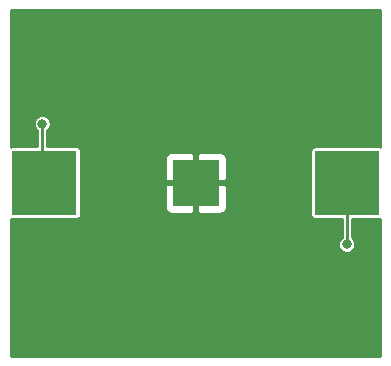
<source format=gbr>
%TF.GenerationSoftware,KiCad,Pcbnew,(5.1.9-0-10_14)*%
%TF.CreationDate,2021-03-11T21:56:35-05:00*%
%TF.ProjectId,getting_to_blinky,67657474-696e-4675-9f74-6f5f626c696e,rev?*%
%TF.SameCoordinates,Original*%
%TF.FileFunction,Copper,L2,Bot*%
%TF.FilePolarity,Positive*%
%FSLAX46Y46*%
G04 Gerber Fmt 4.6, Leading zero omitted, Abs format (unit mm)*
G04 Created by KiCad (PCBNEW (5.1.9-0-10_14)) date 2021-03-11 21:56:35*
%MOMM*%
%LPD*%
G01*
G04 APERTURE LIST*
%TA.AperFunction,SMDPad,CuDef*%
%ADD10R,5.500000X5.500000*%
%TD*%
%TA.AperFunction,SMDPad,CuDef*%
%ADD11R,4.000000X4.000000*%
%TD*%
%TA.AperFunction,ViaPad*%
%ADD12C,0.800000*%
%TD*%
%TA.AperFunction,Conductor*%
%ADD13C,0.250000*%
%TD*%
%TA.AperFunction,Conductor*%
%ADD14C,0.100000*%
%TD*%
G04 APERTURE END LIST*
D10*
%TO.P,BT1,1*%
%TO.N,/VDD*%
X144800000Y-104000000D03*
D11*
%TO.P,BT1,2*%
%TO.N,GND*%
X132000000Y-104000000D03*
D10*
%TO.P,BT1,1*%
%TO.N,/VDD*%
X119200000Y-104000000D03*
%TD*%
D12*
%TO.N,GND*%
X125000000Y-111000000D03*
X125000000Y-95000000D03*
X129500000Y-99900000D03*
%TO.N,/VDD*%
X119000000Y-99000000D03*
X144780000Y-109220000D03*
%TD*%
D13*
%TO.N,/VDD*%
X119200000Y-104000000D02*
X119000000Y-104000000D01*
X119000000Y-104000000D02*
X119000000Y-99000000D01*
X144800000Y-108800000D02*
X145000000Y-109000000D01*
X144800000Y-104000000D02*
X144800000Y-108800000D01*
%TD*%
%TO.N,GND*%
X147650001Y-100940711D02*
X147613711Y-100929703D01*
X147550000Y-100923428D01*
X142050000Y-100923428D01*
X141986289Y-100929703D01*
X141925026Y-100948287D01*
X141868566Y-100978465D01*
X141819079Y-101019079D01*
X141778465Y-101068566D01*
X141748287Y-101125026D01*
X141729703Y-101186289D01*
X141723428Y-101250000D01*
X141723428Y-106750000D01*
X141729703Y-106813711D01*
X141748287Y-106874974D01*
X141778465Y-106931434D01*
X141819079Y-106980921D01*
X141868566Y-107021535D01*
X141925026Y-107051713D01*
X141986289Y-107070297D01*
X142050000Y-107076572D01*
X144350001Y-107076572D01*
X144350001Y-108635366D01*
X144317839Y-108656856D01*
X144216856Y-108757839D01*
X144137513Y-108876584D01*
X144082861Y-109008525D01*
X144055000Y-109148594D01*
X144055000Y-109291406D01*
X144082861Y-109431475D01*
X144137513Y-109563416D01*
X144216856Y-109682161D01*
X144317839Y-109783144D01*
X144436584Y-109862487D01*
X144568525Y-109917139D01*
X144708594Y-109945000D01*
X144851406Y-109945000D01*
X144991475Y-109917139D01*
X145123416Y-109862487D01*
X145242161Y-109783144D01*
X145343144Y-109682161D01*
X145422487Y-109563416D01*
X145477139Y-109431475D01*
X145505000Y-109291406D01*
X145505000Y-109148594D01*
X145477139Y-109008525D01*
X145445491Y-108932120D01*
X145443488Y-108911785D01*
X145417757Y-108826959D01*
X145375971Y-108748784D01*
X145333828Y-108697433D01*
X145250000Y-108613605D01*
X145250000Y-107076572D01*
X147550000Y-107076572D01*
X147613711Y-107070297D01*
X147650000Y-107059289D01*
X147650000Y-118650000D01*
X116350000Y-118650000D01*
X116350000Y-107059289D01*
X116386289Y-107070297D01*
X116450000Y-107076572D01*
X121950000Y-107076572D01*
X122013711Y-107070297D01*
X122074974Y-107051713D01*
X122131434Y-107021535D01*
X122180921Y-106980921D01*
X122221535Y-106931434D01*
X122251713Y-106874974D01*
X122270297Y-106813711D01*
X122276572Y-106750000D01*
X122276572Y-106000000D01*
X129363937Y-106000000D01*
X129376159Y-106124090D01*
X129412354Y-106243411D01*
X129471133Y-106353378D01*
X129550236Y-106449764D01*
X129646622Y-106528867D01*
X129756589Y-106587646D01*
X129875910Y-106623841D01*
X130000000Y-106636063D01*
X131712750Y-106633000D01*
X131871000Y-106474750D01*
X131871000Y-104129000D01*
X132129000Y-104129000D01*
X132129000Y-106474750D01*
X132287250Y-106633000D01*
X134000000Y-106636063D01*
X134124090Y-106623841D01*
X134243411Y-106587646D01*
X134353378Y-106528867D01*
X134449764Y-106449764D01*
X134528867Y-106353378D01*
X134587646Y-106243411D01*
X134623841Y-106124090D01*
X134636063Y-106000000D01*
X134633000Y-104287250D01*
X134474750Y-104129000D01*
X132129000Y-104129000D01*
X131871000Y-104129000D01*
X129525250Y-104129000D01*
X129367000Y-104287250D01*
X129363937Y-106000000D01*
X122276572Y-106000000D01*
X122276572Y-102000000D01*
X129363937Y-102000000D01*
X129367000Y-103712750D01*
X129525250Y-103871000D01*
X131871000Y-103871000D01*
X131871000Y-101525250D01*
X132129000Y-101525250D01*
X132129000Y-103871000D01*
X134474750Y-103871000D01*
X134633000Y-103712750D01*
X134636063Y-102000000D01*
X134623841Y-101875910D01*
X134587646Y-101756589D01*
X134528867Y-101646622D01*
X134449764Y-101550236D01*
X134353378Y-101471133D01*
X134243411Y-101412354D01*
X134124090Y-101376159D01*
X134000000Y-101363937D01*
X132287250Y-101367000D01*
X132129000Y-101525250D01*
X131871000Y-101525250D01*
X131712750Y-101367000D01*
X130000000Y-101363937D01*
X129875910Y-101376159D01*
X129756589Y-101412354D01*
X129646622Y-101471133D01*
X129550236Y-101550236D01*
X129471133Y-101646622D01*
X129412354Y-101756589D01*
X129376159Y-101875910D01*
X129363937Y-102000000D01*
X122276572Y-102000000D01*
X122276572Y-101250000D01*
X122270297Y-101186289D01*
X122251713Y-101125026D01*
X122221535Y-101068566D01*
X122180921Y-101019079D01*
X122131434Y-100978465D01*
X122074974Y-100948287D01*
X122013711Y-100929703D01*
X121950000Y-100923428D01*
X119450000Y-100923428D01*
X119450000Y-99571270D01*
X119462161Y-99563144D01*
X119563144Y-99462161D01*
X119642487Y-99343416D01*
X119697139Y-99211475D01*
X119725000Y-99071406D01*
X119725000Y-98928594D01*
X119697139Y-98788525D01*
X119642487Y-98656584D01*
X119563144Y-98537839D01*
X119462161Y-98436856D01*
X119343416Y-98357513D01*
X119211475Y-98302861D01*
X119071406Y-98275000D01*
X118928594Y-98275000D01*
X118788525Y-98302861D01*
X118656584Y-98357513D01*
X118537839Y-98436856D01*
X118436856Y-98537839D01*
X118357513Y-98656584D01*
X118302861Y-98788525D01*
X118275000Y-98928594D01*
X118275000Y-99071406D01*
X118302861Y-99211475D01*
X118357513Y-99343416D01*
X118436856Y-99462161D01*
X118537839Y-99563144D01*
X118550001Y-99571270D01*
X118550001Y-100923428D01*
X116450000Y-100923428D01*
X116386289Y-100929703D01*
X116350000Y-100940711D01*
X116350000Y-89350000D01*
X147650001Y-89350000D01*
X147650001Y-100940711D01*
%TA.AperFunction,Conductor*%
D14*
G36*
X147650001Y-100940711D02*
G01*
X147613711Y-100929703D01*
X147550000Y-100923428D01*
X142050000Y-100923428D01*
X141986289Y-100929703D01*
X141925026Y-100948287D01*
X141868566Y-100978465D01*
X141819079Y-101019079D01*
X141778465Y-101068566D01*
X141748287Y-101125026D01*
X141729703Y-101186289D01*
X141723428Y-101250000D01*
X141723428Y-106750000D01*
X141729703Y-106813711D01*
X141748287Y-106874974D01*
X141778465Y-106931434D01*
X141819079Y-106980921D01*
X141868566Y-107021535D01*
X141925026Y-107051713D01*
X141986289Y-107070297D01*
X142050000Y-107076572D01*
X144350001Y-107076572D01*
X144350001Y-108635366D01*
X144317839Y-108656856D01*
X144216856Y-108757839D01*
X144137513Y-108876584D01*
X144082861Y-109008525D01*
X144055000Y-109148594D01*
X144055000Y-109291406D01*
X144082861Y-109431475D01*
X144137513Y-109563416D01*
X144216856Y-109682161D01*
X144317839Y-109783144D01*
X144436584Y-109862487D01*
X144568525Y-109917139D01*
X144708594Y-109945000D01*
X144851406Y-109945000D01*
X144991475Y-109917139D01*
X145123416Y-109862487D01*
X145242161Y-109783144D01*
X145343144Y-109682161D01*
X145422487Y-109563416D01*
X145477139Y-109431475D01*
X145505000Y-109291406D01*
X145505000Y-109148594D01*
X145477139Y-109008525D01*
X145445491Y-108932120D01*
X145443488Y-108911785D01*
X145417757Y-108826959D01*
X145375971Y-108748784D01*
X145333828Y-108697433D01*
X145250000Y-108613605D01*
X145250000Y-107076572D01*
X147550000Y-107076572D01*
X147613711Y-107070297D01*
X147650000Y-107059289D01*
X147650000Y-118650000D01*
X116350000Y-118650000D01*
X116350000Y-107059289D01*
X116386289Y-107070297D01*
X116450000Y-107076572D01*
X121950000Y-107076572D01*
X122013711Y-107070297D01*
X122074974Y-107051713D01*
X122131434Y-107021535D01*
X122180921Y-106980921D01*
X122221535Y-106931434D01*
X122251713Y-106874974D01*
X122270297Y-106813711D01*
X122276572Y-106750000D01*
X122276572Y-106000000D01*
X129363937Y-106000000D01*
X129376159Y-106124090D01*
X129412354Y-106243411D01*
X129471133Y-106353378D01*
X129550236Y-106449764D01*
X129646622Y-106528867D01*
X129756589Y-106587646D01*
X129875910Y-106623841D01*
X130000000Y-106636063D01*
X131712750Y-106633000D01*
X131871000Y-106474750D01*
X131871000Y-104129000D01*
X132129000Y-104129000D01*
X132129000Y-106474750D01*
X132287250Y-106633000D01*
X134000000Y-106636063D01*
X134124090Y-106623841D01*
X134243411Y-106587646D01*
X134353378Y-106528867D01*
X134449764Y-106449764D01*
X134528867Y-106353378D01*
X134587646Y-106243411D01*
X134623841Y-106124090D01*
X134636063Y-106000000D01*
X134633000Y-104287250D01*
X134474750Y-104129000D01*
X132129000Y-104129000D01*
X131871000Y-104129000D01*
X129525250Y-104129000D01*
X129367000Y-104287250D01*
X129363937Y-106000000D01*
X122276572Y-106000000D01*
X122276572Y-102000000D01*
X129363937Y-102000000D01*
X129367000Y-103712750D01*
X129525250Y-103871000D01*
X131871000Y-103871000D01*
X131871000Y-101525250D01*
X132129000Y-101525250D01*
X132129000Y-103871000D01*
X134474750Y-103871000D01*
X134633000Y-103712750D01*
X134636063Y-102000000D01*
X134623841Y-101875910D01*
X134587646Y-101756589D01*
X134528867Y-101646622D01*
X134449764Y-101550236D01*
X134353378Y-101471133D01*
X134243411Y-101412354D01*
X134124090Y-101376159D01*
X134000000Y-101363937D01*
X132287250Y-101367000D01*
X132129000Y-101525250D01*
X131871000Y-101525250D01*
X131712750Y-101367000D01*
X130000000Y-101363937D01*
X129875910Y-101376159D01*
X129756589Y-101412354D01*
X129646622Y-101471133D01*
X129550236Y-101550236D01*
X129471133Y-101646622D01*
X129412354Y-101756589D01*
X129376159Y-101875910D01*
X129363937Y-102000000D01*
X122276572Y-102000000D01*
X122276572Y-101250000D01*
X122270297Y-101186289D01*
X122251713Y-101125026D01*
X122221535Y-101068566D01*
X122180921Y-101019079D01*
X122131434Y-100978465D01*
X122074974Y-100948287D01*
X122013711Y-100929703D01*
X121950000Y-100923428D01*
X119450000Y-100923428D01*
X119450000Y-99571270D01*
X119462161Y-99563144D01*
X119563144Y-99462161D01*
X119642487Y-99343416D01*
X119697139Y-99211475D01*
X119725000Y-99071406D01*
X119725000Y-98928594D01*
X119697139Y-98788525D01*
X119642487Y-98656584D01*
X119563144Y-98537839D01*
X119462161Y-98436856D01*
X119343416Y-98357513D01*
X119211475Y-98302861D01*
X119071406Y-98275000D01*
X118928594Y-98275000D01*
X118788525Y-98302861D01*
X118656584Y-98357513D01*
X118537839Y-98436856D01*
X118436856Y-98537839D01*
X118357513Y-98656584D01*
X118302861Y-98788525D01*
X118275000Y-98928594D01*
X118275000Y-99071406D01*
X118302861Y-99211475D01*
X118357513Y-99343416D01*
X118436856Y-99462161D01*
X118537839Y-99563144D01*
X118550001Y-99571270D01*
X118550001Y-100923428D01*
X116450000Y-100923428D01*
X116386289Y-100929703D01*
X116350000Y-100940711D01*
X116350000Y-89350000D01*
X147650001Y-89350000D01*
X147650001Y-100940711D01*
G37*
%TD.AperFunction*%
%TD*%
M02*

</source>
